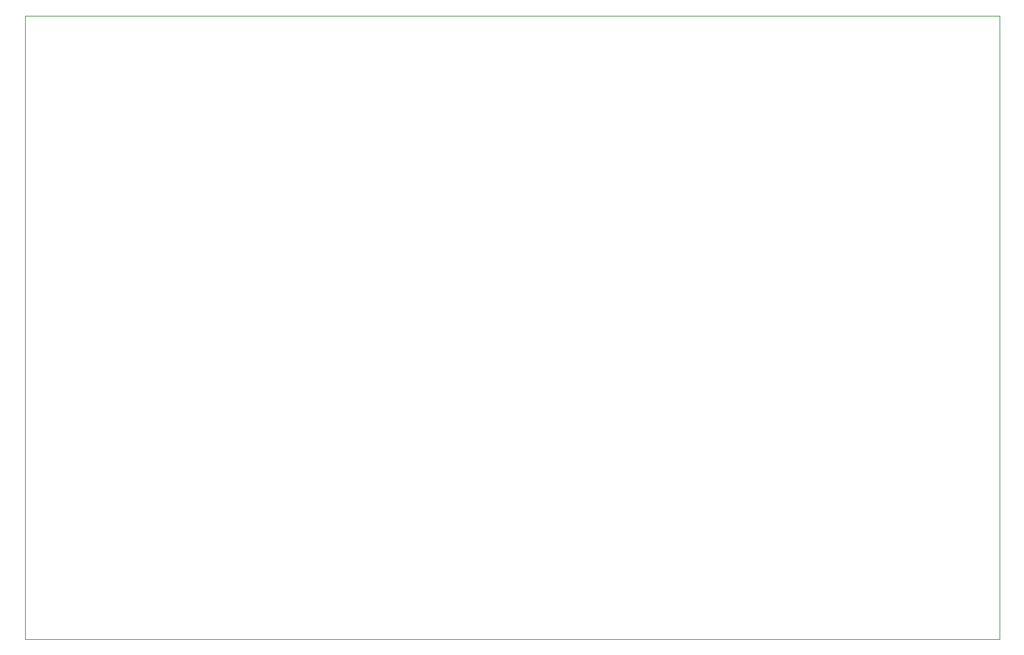
<source format=gbr>
%TF.GenerationSoftware,KiCad,Pcbnew,6.0.11+dfsg-1*%
%TF.CreationDate,2024-04-17T23:55:35+03:00*%
%TF.ProjectId,remote,72656d6f-7465-42e6-9b69-6361645f7063,rev?*%
%TF.SameCoordinates,Original*%
%TF.FileFunction,Paste,Bot*%
%TF.FilePolarity,Positive*%
%FSLAX46Y46*%
G04 Gerber Fmt 4.6, Leading zero omitted, Abs format (unit mm)*
G04 Created by KiCad (PCBNEW 6.0.11+dfsg-1) date 2024-04-17 23:55:35*
%MOMM*%
%LPD*%
G01*
G04 APERTURE LIST*
%TA.AperFunction,Profile*%
%ADD10C,0.100000*%
%TD*%
G04 APERTURE END LIST*
D10*
X49000000Y-97000000D02*
X174000000Y-97000000D01*
X174000000Y-97000000D02*
X174000000Y-177000000D01*
X174000000Y-177000000D02*
X49000000Y-177000000D01*
X49000000Y-177000000D02*
X49000000Y-97000000D01*
M02*

</source>
